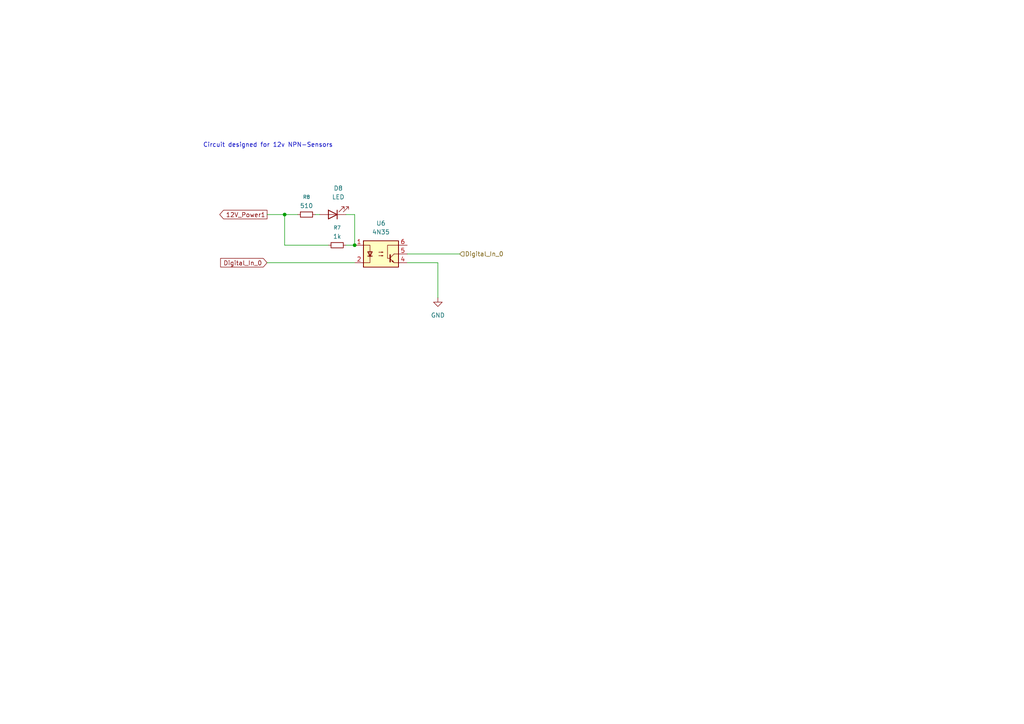
<source format=kicad_sch>
(kicad_sch
	(version 20250114)
	(generator "eeschema")
	(generator_version "9.0")
	(uuid "788c3334-1132-4d11-b50b-bef429d40a63")
	(paper "A4")
	(lib_symbols
		(symbol "Device:LED"
			(pin_numbers
				(hide yes)
			)
			(pin_names
				(offset 1.016)
				(hide yes)
			)
			(exclude_from_sim no)
			(in_bom yes)
			(on_board yes)
			(property "Reference" "D"
				(at 0 2.54 0)
				(effects
					(font
						(size 1.27 1.27)
					)
				)
			)
			(property "Value" "LED"
				(at 0 -2.54 0)
				(effects
					(font
						(size 1.27 1.27)
					)
				)
			)
			(property "Footprint" ""
				(at 0 0 0)
				(effects
					(font
						(size 1.27 1.27)
					)
					(hide yes)
				)
			)
			(property "Datasheet" "~"
				(at 0 0 0)
				(effects
					(font
						(size 1.27 1.27)
					)
					(hide yes)
				)
			)
			(property "Description" "Light emitting diode"
				(at 0 0 0)
				(effects
					(font
						(size 1.27 1.27)
					)
					(hide yes)
				)
			)
			(property "Sim.Pins" "1=K 2=A"
				(at 0 0 0)
				(effects
					(font
						(size 1.27 1.27)
					)
					(hide yes)
				)
			)
			(property "ki_keywords" "LED diode"
				(at 0 0 0)
				(effects
					(font
						(size 1.27 1.27)
					)
					(hide yes)
				)
			)
			(property "ki_fp_filters" "LED* LED_SMD:* LED_THT:*"
				(at 0 0 0)
				(effects
					(font
						(size 1.27 1.27)
					)
					(hide yes)
				)
			)
			(symbol "LED_0_1"
				(polyline
					(pts
						(xy -3.048 -0.762) (xy -4.572 -2.286) (xy -3.81 -2.286) (xy -4.572 -2.286) (xy -4.572 -1.524)
					)
					(stroke
						(width 0)
						(type default)
					)
					(fill
						(type none)
					)
				)
				(polyline
					(pts
						(xy -1.778 -0.762) (xy -3.302 -2.286) (xy -2.54 -2.286) (xy -3.302 -2.286) (xy -3.302 -1.524)
					)
					(stroke
						(width 0)
						(type default)
					)
					(fill
						(type none)
					)
				)
				(polyline
					(pts
						(xy -1.27 0) (xy 1.27 0)
					)
					(stroke
						(width 0)
						(type default)
					)
					(fill
						(type none)
					)
				)
				(polyline
					(pts
						(xy -1.27 -1.27) (xy -1.27 1.27)
					)
					(stroke
						(width 0.254)
						(type default)
					)
					(fill
						(type none)
					)
				)
				(polyline
					(pts
						(xy 1.27 -1.27) (xy 1.27 1.27) (xy -1.27 0) (xy 1.27 -1.27)
					)
					(stroke
						(width 0.254)
						(type default)
					)
					(fill
						(type none)
					)
				)
			)
			(symbol "LED_1_1"
				(pin passive line
					(at -3.81 0 0)
					(length 2.54)
					(name "K"
						(effects
							(font
								(size 1.27 1.27)
							)
						)
					)
					(number "1"
						(effects
							(font
								(size 1.27 1.27)
							)
						)
					)
				)
				(pin passive line
					(at 3.81 0 180)
					(length 2.54)
					(name "A"
						(effects
							(font
								(size 1.27 1.27)
							)
						)
					)
					(number "2"
						(effects
							(font
								(size 1.27 1.27)
							)
						)
					)
				)
			)
			(embedded_fonts no)
		)
		(symbol "Device:R_Small"
			(pin_numbers
				(hide yes)
			)
			(pin_names
				(offset 0.254)
				(hide yes)
			)
			(exclude_from_sim no)
			(in_bom yes)
			(on_board yes)
			(property "Reference" "R"
				(at 0 0 90)
				(effects
					(font
						(size 1.016 1.016)
					)
				)
			)
			(property "Value" "R_Small"
				(at 1.778 0 90)
				(effects
					(font
						(size 1.27 1.27)
					)
				)
			)
			(property "Footprint" ""
				(at 0 0 0)
				(effects
					(font
						(size 1.27 1.27)
					)
					(hide yes)
				)
			)
			(property "Datasheet" "~"
				(at 0 0 0)
				(effects
					(font
						(size 1.27 1.27)
					)
					(hide yes)
				)
			)
			(property "Description" "Resistor, small symbol"
				(at 0 0 0)
				(effects
					(font
						(size 1.27 1.27)
					)
					(hide yes)
				)
			)
			(property "ki_keywords" "R resistor"
				(at 0 0 0)
				(effects
					(font
						(size 1.27 1.27)
					)
					(hide yes)
				)
			)
			(property "ki_fp_filters" "R_*"
				(at 0 0 0)
				(effects
					(font
						(size 1.27 1.27)
					)
					(hide yes)
				)
			)
			(symbol "R_Small_0_1"
				(rectangle
					(start -0.762 1.778)
					(end 0.762 -1.778)
					(stroke
						(width 0.2032)
						(type default)
					)
					(fill
						(type none)
					)
				)
			)
			(symbol "R_Small_1_1"
				(pin passive line
					(at 0 2.54 270)
					(length 0.762)
					(name "~"
						(effects
							(font
								(size 1.27 1.27)
							)
						)
					)
					(number "1"
						(effects
							(font
								(size 1.27 1.27)
							)
						)
					)
				)
				(pin passive line
					(at 0 -2.54 90)
					(length 0.762)
					(name "~"
						(effects
							(font
								(size 1.27 1.27)
							)
						)
					)
					(number "2"
						(effects
							(font
								(size 1.27 1.27)
							)
						)
					)
				)
			)
			(embedded_fonts no)
		)
		(symbol "Isolator:4N35"
			(pin_names
				(offset 1.016)
			)
			(exclude_from_sim no)
			(in_bom yes)
			(on_board yes)
			(property "Reference" "U"
				(at -5.08 5.08 0)
				(effects
					(font
						(size 1.27 1.27)
					)
					(justify left)
				)
			)
			(property "Value" "4N35"
				(at 0 5.08 0)
				(effects
					(font
						(size 1.27 1.27)
					)
					(justify left)
				)
			)
			(property "Footprint" "Package_DIP:DIP-6_W7.62mm"
				(at -5.08 -5.08 0)
				(effects
					(font
						(size 1.27 1.27)
						(italic yes)
					)
					(justify left)
					(hide yes)
				)
			)
			(property "Datasheet" "https://www.vishay.com/docs/81181/4n35.pdf"
				(at 0 0 0)
				(effects
					(font
						(size 1.27 1.27)
					)
					(justify left)
					(hide yes)
				)
			)
			(property "Description" "Optocoupler, Phototransistor Output, with Base Connection, Vce 70V, CTR 100%, Viso 5000V, DIP6"
				(at 0 0 0)
				(effects
					(font
						(size 1.27 1.27)
					)
					(hide yes)
				)
			)
			(property "ki_keywords" "NPN DC Optocoupler Base Connected"
				(at 0 0 0)
				(effects
					(font
						(size 1.27 1.27)
					)
					(hide yes)
				)
			)
			(property "ki_fp_filters" "DIP*W7.62mm*"
				(at 0 0 0)
				(effects
					(font
						(size 1.27 1.27)
					)
					(hide yes)
				)
			)
			(symbol "4N35_0_1"
				(rectangle
					(start -5.08 3.81)
					(end 5.08 -3.81)
					(stroke
						(width 0.254)
						(type default)
					)
					(fill
						(type background)
					)
				)
				(polyline
					(pts
						(xy -5.08 -2.54) (xy -3.175 -2.54) (xy -3.175 2.54) (xy -5.08 2.54)
					)
					(stroke
						(width 0)
						(type default)
					)
					(fill
						(type none)
					)
				)
				(polyline
					(pts
						(xy -3.81 -0.635) (xy -2.54 -0.635)
					)
					(stroke
						(width 0.254)
						(type default)
					)
					(fill
						(type none)
					)
				)
				(polyline
					(pts
						(xy -3.175 -0.635) (xy -3.81 0.635) (xy -2.54 0.635) (xy -3.175 -0.635)
					)
					(stroke
						(width 0.254)
						(type default)
					)
					(fill
						(type none)
					)
				)
				(polyline
					(pts
						(xy -0.635 0.508) (xy 0.635 0.508) (xy 0.254 0.381) (xy 0.254 0.635) (xy 0.635 0.508)
					)
					(stroke
						(width 0)
						(type default)
					)
					(fill
						(type none)
					)
				)
				(polyline
					(pts
						(xy -0.635 -0.508) (xy 0.635 -0.508) (xy 0.254 -0.635) (xy 0.254 -0.381) (xy 0.635 -0.508)
					)
					(stroke
						(width 0)
						(type default)
					)
					(fill
						(type none)
					)
				)
				(polyline
					(pts
						(xy 2.667 -0.254) (xy 2.667 -2.286)
					)
					(stroke
						(width 0.3556)
						(type default)
					)
					(fill
						(type none)
					)
				)
				(polyline
					(pts
						(xy 2.667 -1.143) (xy 3.81 0)
					)
					(stroke
						(width 0)
						(type default)
					)
					(fill
						(type none)
					)
				)
				(polyline
					(pts
						(xy 2.667 -1.397) (xy 3.81 -2.54)
					)
					(stroke
						(width 0)
						(type default)
					)
					(fill
						(type none)
					)
				)
				(polyline
					(pts
						(xy 3.683 -2.413) (xy 3.429 -1.905) (xy 3.175 -2.159) (xy 3.683 -2.413)
					)
					(stroke
						(width 0)
						(type default)
					)
					(fill
						(type none)
					)
				)
				(polyline
					(pts
						(xy 3.81 0) (xy 5.08 0)
					)
					(stroke
						(width 0)
						(type default)
					)
					(fill
						(type none)
					)
				)
				(polyline
					(pts
						(xy 3.81 -2.54) (xy 5.08 -2.54)
					)
					(stroke
						(width 0)
						(type default)
					)
					(fill
						(type none)
					)
				)
				(polyline
					(pts
						(xy 5.08 2.54) (xy 1.905 2.54) (xy 1.905 -1.27) (xy 2.54 -1.27)
					)
					(stroke
						(width 0)
						(type default)
					)
					(fill
						(type none)
					)
				)
			)
			(symbol "4N35_1_1"
				(pin passive line
					(at -7.62 2.54 0)
					(length 2.54)
					(name "~"
						(effects
							(font
								(size 1.27 1.27)
							)
						)
					)
					(number "1"
						(effects
							(font
								(size 1.27 1.27)
							)
						)
					)
				)
				(pin passive line
					(at -7.62 -2.54 0)
					(length 2.54)
					(name "~"
						(effects
							(font
								(size 1.27 1.27)
							)
						)
					)
					(number "2"
						(effects
							(font
								(size 1.27 1.27)
							)
						)
					)
				)
				(pin no_connect line
					(at -5.08 0 0)
					(length 2.54)
					(hide yes)
					(name "NC"
						(effects
							(font
								(size 1.27 1.27)
							)
						)
					)
					(number "3"
						(effects
							(font
								(size 1.27 1.27)
							)
						)
					)
				)
				(pin passive line
					(at 7.62 2.54 180)
					(length 2.54)
					(name "~"
						(effects
							(font
								(size 1.27 1.27)
							)
						)
					)
					(number "6"
						(effects
							(font
								(size 1.27 1.27)
							)
						)
					)
				)
				(pin passive line
					(at 7.62 0 180)
					(length 2.54)
					(name "~"
						(effects
							(font
								(size 1.27 1.27)
							)
						)
					)
					(number "5"
						(effects
							(font
								(size 1.27 1.27)
							)
						)
					)
				)
				(pin passive line
					(at 7.62 -2.54 180)
					(length 2.54)
					(name "~"
						(effects
							(font
								(size 1.27 1.27)
							)
						)
					)
					(number "4"
						(effects
							(font
								(size 1.27 1.27)
							)
						)
					)
				)
			)
			(embedded_fonts no)
		)
		(symbol "power:GND"
			(power)
			(pin_numbers
				(hide yes)
			)
			(pin_names
				(offset 0)
				(hide yes)
			)
			(exclude_from_sim no)
			(in_bom yes)
			(on_board yes)
			(property "Reference" "#PWR"
				(at 0 -6.35 0)
				(effects
					(font
						(size 1.27 1.27)
					)
					(hide yes)
				)
			)
			(property "Value" "GND"
				(at 0 -3.81 0)
				(effects
					(font
						(size 1.27 1.27)
					)
				)
			)
			(property "Footprint" ""
				(at 0 0 0)
				(effects
					(font
						(size 1.27 1.27)
					)
					(hide yes)
				)
			)
			(property "Datasheet" ""
				(at 0 0 0)
				(effects
					(font
						(size 1.27 1.27)
					)
					(hide yes)
				)
			)
			(property "Description" "Power symbol creates a global label with name \"GND\" , ground"
				(at 0 0 0)
				(effects
					(font
						(size 1.27 1.27)
					)
					(hide yes)
				)
			)
			(property "ki_keywords" "global power"
				(at 0 0 0)
				(effects
					(font
						(size 1.27 1.27)
					)
					(hide yes)
				)
			)
			(symbol "GND_0_1"
				(polyline
					(pts
						(xy 0 0) (xy 0 -1.27) (xy 1.27 -1.27) (xy 0 -2.54) (xy -1.27 -1.27) (xy 0 -1.27)
					)
					(stroke
						(width 0)
						(type default)
					)
					(fill
						(type none)
					)
				)
			)
			(symbol "GND_1_1"
				(pin power_in line
					(at 0 0 270)
					(length 0)
					(name "~"
						(effects
							(font
								(size 1.27 1.27)
							)
						)
					)
					(number "1"
						(effects
							(font
								(size 1.27 1.27)
							)
						)
					)
				)
			)
			(embedded_fonts no)
		)
	)
	(text "Circuit designed for 12v NPN-Sensors"
		(exclude_from_sim no)
		(at 77.724 42.164 0)
		(effects
			(font
				(size 1.27 1.27)
			)
		)
		(uuid "1a0c8916-d526-4a4b-9893-b38c97a99372")
	)
	(junction
		(at 102.87 71.12)
		(diameter 0)
		(color 0 0 0 0)
		(uuid "7087341f-2908-4455-ae22-19bb371ea6db")
	)
	(junction
		(at 82.55 62.23)
		(diameter 0)
		(color 0 0 0 0)
		(uuid "f365b701-0f22-41d8-98e8-7cf620df7e33")
	)
	(wire
		(pts
			(xy 77.47 76.2) (xy 102.87 76.2)
		)
		(stroke
			(width 0)
			(type default)
		)
		(uuid "07f1435a-3438-42dd-b094-7e25b7fb1416")
	)
	(wire
		(pts
			(xy 127 76.2) (xy 127 86.36)
		)
		(stroke
			(width 0)
			(type default)
		)
		(uuid "17b172e5-c8f4-46e8-9998-d9628c8e1638")
	)
	(wire
		(pts
			(xy 102.87 62.23) (xy 102.87 71.12)
		)
		(stroke
			(width 0)
			(type default)
		)
		(uuid "33f202bf-c219-4a32-b847-661085878ffb")
	)
	(wire
		(pts
			(xy 100.33 71.12) (xy 102.87 71.12)
		)
		(stroke
			(width 0)
			(type default)
		)
		(uuid "53e66ff4-8edb-40f1-81db-41c2deba15dd")
	)
	(wire
		(pts
			(xy 82.55 62.23) (xy 86.36 62.23)
		)
		(stroke
			(width 0)
			(type default)
		)
		(uuid "97feaaae-bd37-48a5-9802-db516b05194d")
	)
	(wire
		(pts
			(xy 82.55 71.12) (xy 95.25 71.12)
		)
		(stroke
			(width 0)
			(type default)
		)
		(uuid "b16f8357-4db0-4059-812a-bc43f06c07bb")
	)
	(wire
		(pts
			(xy 100.33 62.23) (xy 102.87 62.23)
		)
		(stroke
			(width 0)
			(type default)
		)
		(uuid "b6b9510b-404f-4776-88ce-544c64e94e26")
	)
	(wire
		(pts
			(xy 118.11 76.2) (xy 127 76.2)
		)
		(stroke
			(width 0)
			(type default)
		)
		(uuid "bc292395-e3a6-48a1-ade3-36cc6dbe2b82")
	)
	(wire
		(pts
			(xy 82.55 62.23) (xy 82.55 71.12)
		)
		(stroke
			(width 0)
			(type default)
		)
		(uuid "d1462c4d-cbc1-4581-b300-2b39784dbd58")
	)
	(wire
		(pts
			(xy 77.47 62.23) (xy 82.55 62.23)
		)
		(stroke
			(width 0)
			(type default)
		)
		(uuid "d953c64d-335a-473b-b66e-d588d6eb906f")
	)
	(wire
		(pts
			(xy 118.11 73.66) (xy 133.35 73.66)
		)
		(stroke
			(width 0)
			(type default)
		)
		(uuid "e64a5643-5c84-41d4-b053-e0c22a473101")
	)
	(wire
		(pts
			(xy 91.44 62.23) (xy 92.71 62.23)
		)
		(stroke
			(width 0)
			(type default)
		)
		(uuid "f7629957-3471-4895-b513-ea7a97a0a4e1")
	)
	(global_label "12V_Power1"
		(shape output)
		(at 77.47 62.23 180)
		(fields_autoplaced yes)
		(effects
			(font
				(size 1.27 1.27)
			)
			(justify right)
		)
		(uuid "2a8c9db1-7306-48fb-9a6f-a8ae9216d8be")
		(property "Intersheetrefs" "${INTERSHEET_REFS}"
			(at 63.1758 62.23 0)
			(effects
				(font
					(size 1.27 1.27)
				)
				(justify right)
				(hide yes)
			)
		)
	)
	(global_label "Digital_In_0"
		(shape input)
		(at 77.47 76.2 180)
		(fields_autoplaced yes)
		(effects
			(font
				(size 1.27 1.27)
			)
			(justify right)
		)
		(uuid "8cf2811e-5100-415c-b91c-86151cd2c74c")
		(property "Intersheetrefs" "${INTERSHEET_REFS}"
			(at 63.4178 76.2 0)
			(effects
				(font
					(size 1.27 1.27)
				)
				(justify right)
				(hide yes)
			)
		)
	)
	(hierarchical_label "Digital_In_0"
		(shape input)
		(at 133.35 73.66 0)
		(effects
			(font
				(size 1.27 1.27)
			)
			(justify left)
		)
		(uuid "1a18f1bd-1e9c-4346-a657-f52dffb7f6cd")
	)
	(symbol
		(lib_id "Isolator:4N35")
		(at 110.49 73.66 0)
		(unit 1)
		(exclude_from_sim no)
		(in_bom yes)
		(on_board yes)
		(dnp no)
		(fields_autoplaced yes)
		(uuid "2781f529-a11b-4ed6-a377-3b5474f90694")
		(property "Reference" "U6"
			(at 110.49 64.77 0)
			(effects
				(font
					(size 1.27 1.27)
				)
			)
		)
		(property "Value" "4N35"
			(at 110.49 67.31 0)
			(effects
				(font
					(size 1.27 1.27)
				)
			)
		)
		(property "Footprint" "Package_DIP:DIP-6_W7.62mm"
			(at 105.41 78.74 0)
			(effects
				(font
					(size 1.27 1.27)
					(italic yes)
				)
				(justify left)
				(hide yes)
			)
		)
		(property "Datasheet" "https://jlcpcb.com/api/file/downloadByFileSystemAccessId/8586194772046860288"
			(at 110.49 73.66 0)
			(effects
				(font
					(size 1.27 1.27)
				)
				(justify left)
				(hide yes)
			)
		)
		(property "Description" "-55℃~+100℃ 1 1.2V 100% 100mA 3.55kV 300mV@2mA,50mA 30V 3us 3us 60mA 6V DC Phototransistor SMD-6P Transistor, Photovoltaic Output Optoisolators ROHS"
			(at 110.49 73.66 0)
			(effects
				(font
					(size 1.27 1.27)
				)
				(hide yes)
			)
		)
		(property "LCSC PN" "C115444"
			(at 110.49 73.66 0)
			(effects
				(font
					(size 1.27 1.27)
				)
				(hide yes)
			)
		)
		(pin "2"
			(uuid "9fa4725b-3f1b-44f5-815b-95fc643af4de")
		)
		(pin "6"
			(uuid "cff028f3-56de-44f5-9876-2c72f8b94b6b")
		)
		(pin "3"
			(uuid "2f181f80-304f-4170-8875-57e5c60b5bdd")
		)
		(pin "1"
			(uuid "adcacf1f-87a6-429d-8921-b868ca76bc97")
		)
		(pin "4"
			(uuid "76698575-f79b-43ca-b2b4-d63ebdfa85e8")
		)
		(pin "5"
			(uuid "93a59ef8-b432-44d2-ae0f-4fb737057270")
		)
		(instances
			(project ""
				(path "/5fbba8b4-3ab1-4241-8e39-3098c3149716/e5e44aa7-ff3e-40ec-adc5-cfcab77559ef/f8e3741e-b397-43df-a026-5dd0acdbbe8e/46cc2ef6-f909-47dc-a9c1-b2324257df11"
					(reference "U6")
					(unit 1)
				)
			)
		)
	)
	(symbol
		(lib_id "Device:LED")
		(at 96.52 62.23 180)
		(unit 1)
		(exclude_from_sim no)
		(in_bom yes)
		(on_board yes)
		(dnp no)
		(fields_autoplaced yes)
		(uuid "538ca06f-3555-4df6-bc6d-00575fd1e7dd")
		(property "Reference" "D8"
			(at 98.1075 54.61 0)
			(effects
				(font
					(size 1.27 1.27)
				)
			)
		)
		(property "Value" "LED"
			(at 98.1075 57.15 0)
			(effects
				(font
					(size 1.27 1.27)
				)
			)
		)
		(property "Footprint" "Diode_SMD:D_0603_1608Metric"
			(at 96.52 62.23 0)
			(effects
				(font
					(size 1.27 1.27)
				)
				(hide yes)
			)
		)
		(property "Datasheet" "https://jlcpcb.com/api/file/downloadByFileSystemAccessId/8550723991833485312"
			(at 96.52 62.23 0)
			(effects
				(font
					(size 1.27 1.27)
				)
				(hide yes)
			)
		)
		(property "Description" "-40℃~+85℃ 120° 2.4V 20mA 300mcd 40mW 615nm~630nm 645nm Red Water Clear 0603 LED Indication - Discrete ROHS"
			(at 96.52 62.23 0)
			(effects
				(font
					(size 1.27 1.27)
				)
				(hide yes)
			)
		)
		(property "Sim.Pins" "1=K 2=A"
			(at 96.52 62.23 0)
			(effects
				(font
					(size 1.27 1.27)
				)
				(hide yes)
			)
		)
		(property "LCSC PN" "KT-0603R"
			(at 96.52 62.23 0)
			(effects
				(font
					(size 1.27 1.27)
				)
				(hide yes)
			)
		)
		(pin "1"
			(uuid "99a10753-d58d-4ff9-844a-a23e4302694b")
		)
		(pin "2"
			(uuid "7447977e-8858-4204-bfcf-6d847d3c7ec6")
		)
		(instances
			(project ""
				(path "/5fbba8b4-3ab1-4241-8e39-3098c3149716/e5e44aa7-ff3e-40ec-adc5-cfcab77559ef/f8e3741e-b397-43df-a026-5dd0acdbbe8e/46cc2ef6-f909-47dc-a9c1-b2324257df11"
					(reference "D8")
					(unit 1)
				)
			)
		)
	)
	(symbol
		(lib_id "power:GND")
		(at 127 86.36 0)
		(unit 1)
		(exclude_from_sim no)
		(in_bom yes)
		(on_board yes)
		(dnp no)
		(fields_autoplaced yes)
		(uuid "9262ef37-58ae-4506-b6ec-0d5e72a4793e")
		(property "Reference" "#PWR020"
			(at 127 92.71 0)
			(effects
				(font
					(size 1.27 1.27)
				)
				(hide yes)
			)
		)
		(property "Value" "GND"
			(at 127 91.44 0)
			(effects
				(font
					(size 1.27 1.27)
				)
			)
		)
		(property "Footprint" ""
			(at 127 86.36 0)
			(effects
				(font
					(size 1.27 1.27)
				)
				(hide yes)
			)
		)
		(property "Datasheet" ""
			(at 127 86.36 0)
			(effects
				(font
					(size 1.27 1.27)
				)
				(hide yes)
			)
		)
		(property "Description" "Power symbol creates a global label with name \"GND\" , ground"
			(at 127 86.36 0)
			(effects
				(font
					(size 1.27 1.27)
				)
				(hide yes)
			)
		)
		(pin "1"
			(uuid "bacce181-ad2d-46c3-910a-80989baae202")
		)
		(instances
			(project ""
				(path "/5fbba8b4-3ab1-4241-8e39-3098c3149716/e5e44aa7-ff3e-40ec-adc5-cfcab77559ef/f8e3741e-b397-43df-a026-5dd0acdbbe8e/46cc2ef6-f909-47dc-a9c1-b2324257df11"
					(reference "#PWR020")
					(unit 1)
				)
			)
		)
	)
	(symbol
		(lib_id "Device:R_Small")
		(at 88.9 62.23 90)
		(unit 1)
		(exclude_from_sim no)
		(in_bom yes)
		(on_board yes)
		(dnp no)
		(fields_autoplaced yes)
		(uuid "bfc9c069-de61-4b7b-b661-a07334c4ccc3")
		(property "Reference" "R8"
			(at 88.9 57.15 90)
			(effects
				(font
					(size 1.016 1.016)
				)
			)
		)
		(property "Value" "510"
			(at 88.9 59.69 90)
			(effects
				(font
					(size 1.27 1.27)
				)
			)
		)
		(property "Footprint" "Resistor_SMD:R_0603_1608Metric"
			(at 88.9 62.23 0)
			(effects
				(font
					(size 1.27 1.27)
				)
				(hide yes)
			)
		)
		(property "Datasheet" "https://jlcpcb.com/api/file/downloadByFileSystemAccessId/8579706285526474752"
			(at 88.9 62.23 0)
			(effects
				(font
					(size 1.27 1.27)
				)
				(hide yes)
			)
		)
		(property "Description" "-40℃~+85℃ 120° 2.4V 20mA 300mcd 40mW 615nm~630nm 645nm Red Water Clear 0603 LED Indication - Discrete ROHS"
			(at 88.9 62.23 0)
			(effects
				(font
					(size 1.27 1.27)
				)
				(hide yes)
			)
		)
		(property "LCSC PN" "C23193"
			(at 88.9 62.23 90)
			(effects
				(font
					(size 1.27 1.27)
				)
				(hide yes)
			)
		)
		(pin "1"
			(uuid "5437a138-9d6f-4955-95ae-db85345652a6")
		)
		(pin "2"
			(uuid "ef094786-b689-42a4-883f-e06377566ecb")
		)
		(instances
			(project ""
				(path "/5fbba8b4-3ab1-4241-8e39-3098c3149716/e5e44aa7-ff3e-40ec-adc5-cfcab77559ef/f8e3741e-b397-43df-a026-5dd0acdbbe8e/46cc2ef6-f909-47dc-a9c1-b2324257df11"
					(reference "R8")
					(unit 1)
				)
			)
		)
	)
	(symbol
		(lib_id "Device:R_Small")
		(at 97.79 71.12 90)
		(unit 1)
		(exclude_from_sim no)
		(in_bom yes)
		(on_board yes)
		(dnp no)
		(fields_autoplaced yes)
		(uuid "e445d8b0-bf7b-4060-b2c8-9f12fdf1478b")
		(property "Reference" "R7"
			(at 97.79 66.04 90)
			(effects
				(font
					(size 1.016 1.016)
				)
			)
		)
		(property "Value" "1k"
			(at 97.79 68.58 90)
			(effects
				(font
					(size 1.27 1.27)
				)
			)
		)
		(property "Footprint" "Resistor_SMD:R_0603_1608Metric"
			(at 97.79 71.12 0)
			(effects
				(font
					(size 1.27 1.27)
				)
				(hide yes)
			)
		)
		(property "Datasheet" "https://jlcpcb.com/api/file/downloadByFileSystemAccessId/8588894527021465601"
			(at 97.79 71.12 0)
			(effects
				(font
					(size 1.27 1.27)
				)
				(hide yes)
			)
		)
		(property "Description" "-55℃~+155℃ 100mW 1kΩ 75V Thick Film Resistor ±100ppm/℃ ±5% 0603 Chip Resistor - Surface Mount ROHS"
			(at 97.79 71.12 0)
			(effects
				(font
					(size 1.27 1.27)
				)
				(hide yes)
			)
		)
		(property "LCSC PN" "C14676"
			(at 97.79 71.12 90)
			(effects
				(font
					(size 1.27 1.27)
				)
				(hide yes)
			)
		)
		(pin "2"
			(uuid "40cf2f81-72b2-4f23-8aa2-d2d5bd9acd07")
		)
		(pin "1"
			(uuid "a265231b-d0ee-4d16-ab8e-0a407e8eee90")
		)
		(instances
			(project ""
				(path "/5fbba8b4-3ab1-4241-8e39-3098c3149716/e5e44aa7-ff3e-40ec-adc5-cfcab77559ef/f8e3741e-b397-43df-a026-5dd0acdbbe8e/46cc2ef6-f909-47dc-a9c1-b2324257df11"
					(reference "R7")
					(unit 1)
				)
			)
		)
	)
)

</source>
